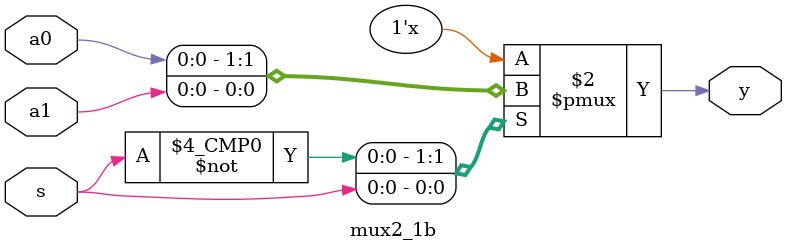
<source format=sv>
module mux2_1b(
    input logic s,
    input logic a0,a1,
    output logic  y
);
    always_comb begin
        case(s)
        1'b0:  y = a0;
        1'b1:  y = a1;
        endcase
    end 

endmodule
</source>
